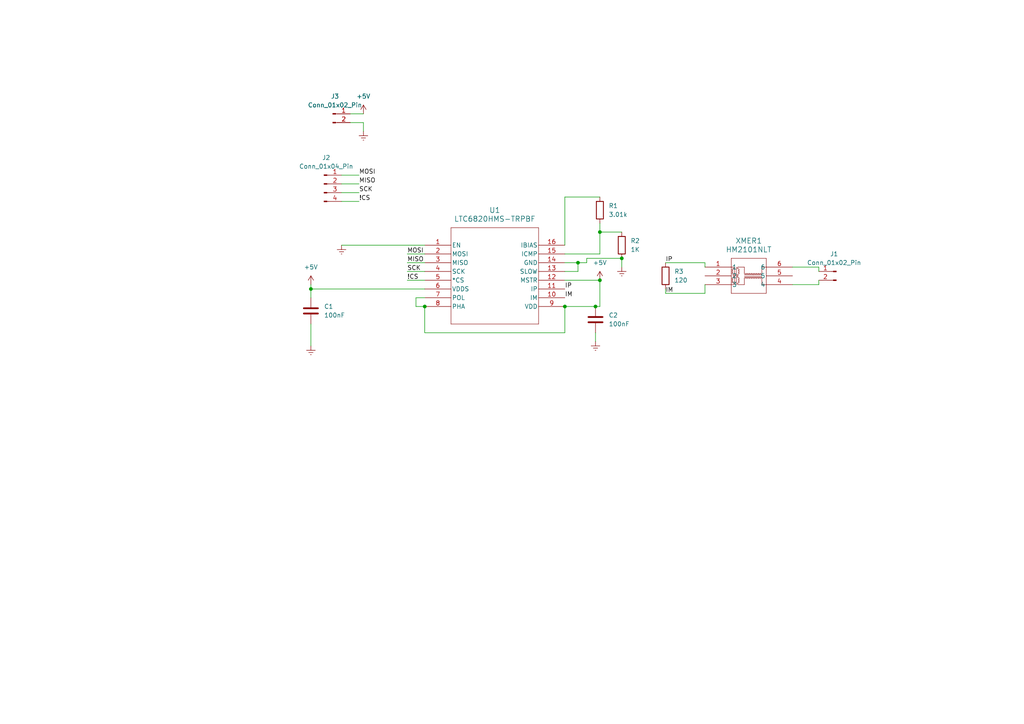
<source format=kicad_sch>
(kicad_sch (version 20230121) (generator eeschema)

  (uuid a37da262-c3f7-4e2e-b028-d6c76eba7159)

  (paper "A4")

  (lib_symbols
    (symbol "2023-12-21_19-29-58:LTC6820HMS-TRPBF" (pin_names (offset 0.254)) (in_bom yes) (on_board yes)
      (property "Reference" "U" (at 20.32 10.16 0)
        (effects (font (size 1.524 1.524)))
      )
      (property "Value" "LTC6820HMS-TRPBF" (at 20.32 7.62 0)
        (effects (font (size 1.524 1.524)))
      )
      (property "Footprint" "MS_05-08-1669_ADI" (at 0 0 0)
        (effects (font (size 1.27 1.27) italic) hide)
      )
      (property "Datasheet" "LTC6820HMS-TRPBF" (at 0 0 0)
        (effects (font (size 1.27 1.27) italic) hide)
      )
      (property "ki_locked" "" (at 0 0 0)
        (effects (font (size 1.27 1.27)))
      )
      (property "ki_keywords" "LTC6820HMS#TRPBF" (at 0 0 0)
        (effects (font (size 1.27 1.27)) hide)
      )
      (property "ki_fp_filters" "MS_05-08-1669_ADI MS_05-08-1669_ADI-M MS_05-08-1669_ADI-L" (at 0 0 0)
        (effects (font (size 1.27 1.27)) hide)
      )
      (symbol "LTC6820HMS-TRPBF_0_1"
        (polyline
          (pts
            (xy 7.62 -22.86)
            (xy 33.02 -22.86)
          )
          (stroke (width 0.127) (type default))
          (fill (type none))
        )
        (polyline
          (pts
            (xy 7.62 5.08)
            (xy 7.62 -22.86)
          )
          (stroke (width 0.127) (type default))
          (fill (type none))
        )
        (polyline
          (pts
            (xy 33.02 -22.86)
            (xy 33.02 5.08)
          )
          (stroke (width 0.127) (type default))
          (fill (type none))
        )
        (polyline
          (pts
            (xy 33.02 5.08)
            (xy 7.62 5.08)
          )
          (stroke (width 0.127) (type default))
          (fill (type none))
        )
        (pin input line (at 0 0 0) (length 7.62)
          (name "EN" (effects (font (size 1.27 1.27))))
          (number "1" (effects (font (size 1.27 1.27))))
        )
        (pin bidirectional line (at 40.64 -15.24 180) (length 7.62)
          (name "IM" (effects (font (size 1.27 1.27))))
          (number "10" (effects (font (size 1.27 1.27))))
        )
        (pin bidirectional line (at 40.64 -12.7 180) (length 7.62)
          (name "IP" (effects (font (size 1.27 1.27))))
          (number "11" (effects (font (size 1.27 1.27))))
        )
        (pin input line (at 40.64 -10.16 180) (length 7.62)
          (name "MSTR" (effects (font (size 1.27 1.27))))
          (number "12" (effects (font (size 1.27 1.27))))
        )
        (pin input line (at 40.64 -7.62 180) (length 7.62)
          (name "SLOW" (effects (font (size 1.27 1.27))))
          (number "13" (effects (font (size 1.27 1.27))))
        )
        (pin power_out line (at 40.64 -5.08 180) (length 7.62)
          (name "GND" (effects (font (size 1.27 1.27))))
          (number "14" (effects (font (size 1.27 1.27))))
        )
        (pin unspecified line (at 40.64 -2.54 180) (length 7.62)
          (name "ICMP" (effects (font (size 1.27 1.27))))
          (number "15" (effects (font (size 1.27 1.27))))
        )
        (pin power_in line (at 40.64 0 180) (length 7.62)
          (name "IBIAS" (effects (font (size 1.27 1.27))))
          (number "16" (effects (font (size 1.27 1.27))))
        )
        (pin bidirectional line (at 0 -2.54 0) (length 7.62)
          (name "MOSI" (effects (font (size 1.27 1.27))))
          (number "2" (effects (font (size 1.27 1.27))))
        )
        (pin bidirectional line (at 0 -5.08 0) (length 7.62)
          (name "MISO" (effects (font (size 1.27 1.27))))
          (number "3" (effects (font (size 1.27 1.27))))
        )
        (pin bidirectional line (at 0 -7.62 0) (length 7.62)
          (name "SCK" (effects (font (size 1.27 1.27))))
          (number "4" (effects (font (size 1.27 1.27))))
        )
        (pin bidirectional line (at 0 -10.16 0) (length 7.62)
          (name "*CS" (effects (font (size 1.27 1.27))))
          (number "5" (effects (font (size 1.27 1.27))))
        )
        (pin power_in line (at 0 -12.7 0) (length 7.62)
          (name "VDDS" (effects (font (size 1.27 1.27))))
          (number "6" (effects (font (size 1.27 1.27))))
        )
        (pin input line (at 0 -15.24 0) (length 7.62)
          (name "POL" (effects (font (size 1.27 1.27))))
          (number "7" (effects (font (size 1.27 1.27))))
        )
        (pin input line (at 0 -17.78 0) (length 7.62)
          (name "PHA" (effects (font (size 1.27 1.27))))
          (number "8" (effects (font (size 1.27 1.27))))
        )
        (pin power_in line (at 40.64 -17.78 180) (length 7.62)
          (name "VDD" (effects (font (size 1.27 1.27))))
          (number "9" (effects (font (size 1.27 1.27))))
        )
      )
    )
    (symbol "2023-12-21_19-38-07:HM2101NLT" (pin_names (offset 0.254)) (in_bom yes) (on_board yes)
      (property "Reference" "XMER" (at 12.7 7.62 0)
        (effects (font (size 1.524 1.524)))
      )
      (property "Value" "HM2101NLT" (at 12.7 5.08 0)
        (effects (font (size 1.524 1.524)))
      )
      (property "Footprint" "HM2101NLT_PUL" (at 0 0 0)
        (effects (font (size 1.27 1.27) italic) hide)
      )
      (property "Datasheet" "HM2101NLT" (at 0 0 0)
        (effects (font (size 1.27 1.27) italic) hide)
      )
      (property "ki_locked" "" (at 0 0 0)
        (effects (font (size 1.27 1.27)))
      )
      (property "ki_keywords" "HM2101NLT" (at 0 0 0)
        (effects (font (size 1.27 1.27)) hide)
      )
      (property "ki_fp_filters" "HM2101NLT_PUL HM2101NLT_PUL-M HM2101NLT_PUL-L" (at 0 0 0)
        (effects (font (size 1.27 1.27)) hide)
      )
      (symbol "HM2101NLT_0_1"
        (polyline
          (pts
            (xy 7.62 -7.62)
            (xy 17.78 -7.62)
          )
          (stroke (width 0.127) (type default))
          (fill (type none))
        )
        (polyline
          (pts
            (xy 7.62 -5.08)
            (xy 8.128 -5.08)
          )
          (stroke (width 0.127) (type default))
          (fill (type none))
        )
        (polyline
          (pts
            (xy 7.62 0)
            (xy 8.128 0)
          )
          (stroke (width 0.127) (type default))
          (fill (type none))
        )
        (polyline
          (pts
            (xy 7.62 2.54)
            (xy 7.62 -7.62)
          )
          (stroke (width 0.127) (type default))
          (fill (type none))
        )
        (polyline
          (pts
            (xy 8.636 -5.08)
            (xy 8.636 -2.54)
          )
          (stroke (width 0.127) (type default))
          (fill (type none))
        )
        (polyline
          (pts
            (xy 8.636 -2.54)
            (xy 8.636 0)
          )
          (stroke (width 0.127) (type default))
          (fill (type none))
        )
        (polyline
          (pts
            (xy 9.144 -2.54)
            (xy 9.144 -5.08)
          )
          (stroke (width 0.127) (type default))
          (fill (type none))
        )
        (polyline
          (pts
            (xy 9.144 0)
            (xy 9.144 -2.54)
          )
          (stroke (width 0.127) (type default))
          (fill (type none))
        )
        (polyline
          (pts
            (xy 9.652 -5.08)
            (xy 11.43 -5.08)
          )
          (stroke (width 0.127) (type default))
          (fill (type none))
        )
        (polyline
          (pts
            (xy 9.652 0)
            (xy 11.43 0)
          )
          (stroke (width 0.127) (type default))
          (fill (type none))
        )
        (polyline
          (pts
            (xy 11.43 -3.302)
            (xy 11.43 -5.08)
          )
          (stroke (width 0.127) (type default))
          (fill (type none))
        )
        (polyline
          (pts
            (xy 11.43 -2.286)
            (xy 13.97 -2.286)
          )
          (stroke (width 0.127) (type default))
          (fill (type none))
        )
        (polyline
          (pts
            (xy 11.43 0)
            (xy 11.43 -1.778)
          )
          (stroke (width 0.127) (type default))
          (fill (type none))
        )
        (polyline
          (pts
            (xy 13.97 -2.794)
            (xy 11.43 -2.794)
          )
          (stroke (width 0.127) (type default))
          (fill (type none))
        )
        (polyline
          (pts
            (xy 13.97 -2.286)
            (xy 16.51 -2.286)
          )
          (stroke (width 0.127) (type default))
          (fill (type none))
        )
        (polyline
          (pts
            (xy 16.51 -3.302)
            (xy 16.51 -5.08)
          )
          (stroke (width 0.127) (type default))
          (fill (type none))
        )
        (polyline
          (pts
            (xy 16.51 -2.794)
            (xy 13.97 -2.794)
          )
          (stroke (width 0.127) (type default))
          (fill (type none))
        )
        (polyline
          (pts
            (xy 16.51 -1.778)
            (xy 16.51 0)
          )
          (stroke (width 0.127) (type default))
          (fill (type none))
        )
        (polyline
          (pts
            (xy 16.51 0)
            (xy 17.78 0)
          )
          (stroke (width 0.127) (type default))
          (fill (type none))
        )
        (polyline
          (pts
            (xy 17.78 -7.62)
            (xy 17.78 2.54)
          )
          (stroke (width 0.127) (type default))
          (fill (type none))
        )
        (polyline
          (pts
            (xy 17.78 -5.08)
            (xy 16.51 -5.08)
          )
          (stroke (width 0.127) (type default))
          (fill (type none))
        )
        (polyline
          (pts
            (xy 17.78 2.54)
            (xy 7.62 2.54)
          )
          (stroke (width 0.127) (type default))
          (fill (type none))
        )
        (arc (start 8.128 -5.08) (mid 8.3809 -4.826) (end 8.128 -4.572)
          (stroke (width 0.127) (type default))
          (fill (type none))
        )
        (arc (start 8.128 -4.064) (mid 7.876 -4.318) (end 8.128 -4.572)
          (stroke (width 0.127) (type default))
          (fill (type none))
        )
        (arc (start 8.128 -3.556) (mid 7.876 -3.81) (end 8.128 -4.064)
          (stroke (width 0.127) (type default))
          (fill (type none))
        )
        (arc (start 8.128 -3.048) (mid 7.876 -3.302) (end 8.128 -3.556)
          (stroke (width 0.127) (type default))
          (fill (type none))
        )
        (arc (start 8.128 -3.048) (mid 8.3809 -2.794) (end 8.128 -2.54)
          (stroke (width 0.127) (type default))
          (fill (type none))
        )
        (arc (start 8.128 -2.54) (mid 8.3809 -2.286) (end 8.128 -2.032)
          (stroke (width 0.127) (type default))
          (fill (type none))
        )
        (arc (start 8.128 -1.524) (mid 7.876 -1.778) (end 8.128 -2.032)
          (stroke (width 0.127) (type default))
          (fill (type none))
        )
        (arc (start 8.128 -1.016) (mid 7.876 -1.27) (end 8.128 -1.524)
          (stroke (width 0.127) (type default))
          (fill (type none))
        )
        (arc (start 8.128 -0.508) (mid 7.876 -0.762) (end 8.128 -1.016)
          (stroke (width 0.127) (type default))
          (fill (type none))
        )
        (arc (start 8.128 -0.508) (mid 8.3809 -0.254) (end 8.128 0)
          (stroke (width 0.127) (type default))
          (fill (type none))
        )
        (arc (start 9.652 -4.572) (mid 9.3991 -4.826) (end 9.652 -5.08)
          (stroke (width 0.127) (type default))
          (fill (type none))
        )
        (arc (start 9.652 -4.572) (mid 9.904 -4.318) (end 9.652 -4.064)
          (stroke (width 0.127) (type default))
          (fill (type none))
        )
        (arc (start 9.652 -4.064) (mid 9.904 -3.81) (end 9.652 -3.556)
          (stroke (width 0.127) (type default))
          (fill (type none))
        )
        (arc (start 9.652 -3.556) (mid 9.904 -3.302) (end 9.652 -3.048)
          (stroke (width 0.127) (type default))
          (fill (type none))
        )
        (arc (start 9.652 -2.54) (mid 9.3991 -2.794) (end 9.652 -3.048)
          (stroke (width 0.127) (type default))
          (fill (type none))
        )
        (arc (start 9.652 -2.032) (mid 9.3991 -2.286) (end 9.652 -2.54)
          (stroke (width 0.127) (type default))
          (fill (type none))
        )
        (arc (start 9.652 -2.032) (mid 9.904 -1.778) (end 9.652 -1.524)
          (stroke (width 0.127) (type default))
          (fill (type none))
        )
        (arc (start 9.652 -1.524) (mid 9.904 -1.27) (end 9.652 -1.016)
          (stroke (width 0.127) (type default))
          (fill (type none))
        )
        (arc (start 9.652 -1.016) (mid 9.904 -0.762) (end 9.652 -0.508)
          (stroke (width 0.127) (type default))
          (fill (type none))
        )
        (arc (start 9.652 0) (mid 9.3991 -0.254) (end 9.652 -0.508)
          (stroke (width 0.127) (type default))
          (fill (type none))
        )
        (arc (start 11.43 -1.778) (mid 11.684 -2.0309) (end 11.938 -1.778)
          (stroke (width 0.127) (type default))
          (fill (type none))
        )
        (arc (start 11.938 -3.302) (mid 11.684 -3.0491) (end 11.43 -3.302)
          (stroke (width 0.127) (type default))
          (fill (type none))
        )
        (arc (start 11.938 -1.778) (mid 12.192 -2.0309) (end 12.446 -1.778)
          (stroke (width 0.127) (type default))
          (fill (type none))
        )
        (arc (start 12.446 -3.302) (mid 12.192 -3.0491) (end 11.938 -3.302)
          (stroke (width 0.127) (type default))
          (fill (type none))
        )
        (arc (start 12.446 -1.778) (mid 12.7 -2.0309) (end 12.954 -1.778)
          (stroke (width 0.127) (type default))
          (fill (type none))
        )
        (arc (start 12.954 -3.302) (mid 12.7 -3.0491) (end 12.446 -3.302)
          (stroke (width 0.127) (type default))
          (fill (type none))
        )
        (arc (start 12.954 -1.778) (mid 13.208 -2.0309) (end 13.462 -1.778)
          (stroke (width 0.127) (type default))
          (fill (type none))
        )
        (arc (start 13.462 -3.302) (mid 13.208 -3.0491) (end 12.954 -3.302)
          (stroke (width 0.127) (type default))
          (fill (type none))
        )
        (arc (start 13.462 -1.778) (mid 13.716 -2.0309) (end 13.97 -1.778)
          (stroke (width 0.127) (type default))
          (fill (type none))
        )
        (arc (start 13.97 -3.302) (mid 13.716 -3.0491) (end 13.462 -3.302)
          (stroke (width 0.127) (type default))
          (fill (type none))
        )
        (arc (start 13.97 -1.778) (mid 14.224 -2.0309) (end 14.478 -1.778)
          (stroke (width 0.127) (type default))
          (fill (type none))
        )
        (arc (start 14.478 -3.302) (mid 14.224 -3.0491) (end 13.97 -3.302)
          (stroke (width 0.127) (type default))
          (fill (type none))
        )
        (arc (start 14.478 -1.778) (mid 14.732 -2.0309) (end 14.986 -1.778)
          (stroke (width 0.127) (type default))
          (fill (type none))
        )
        (arc (start 14.986 -3.302) (mid 14.732 -3.0491) (end 14.478 -3.302)
          (stroke (width 0.127) (type default))
          (fill (type none))
        )
        (arc (start 14.986 -1.778) (mid 15.24 -2.0309) (end 15.494 -1.778)
          (stroke (width 0.127) (type default))
          (fill (type none))
        )
        (arc (start 15.494 -3.302) (mid 15.24 -3.0491) (end 14.986 -3.302)
          (stroke (width 0.127) (type default))
          (fill (type none))
        )
        (arc (start 15.494 -1.778) (mid 15.748 -2.0309) (end 16.002 -1.778)
          (stroke (width 0.127) (type default))
          (fill (type none))
        )
        (arc (start 16.002 -3.302) (mid 15.748 -3.0491) (end 15.494 -3.302)
          (stroke (width 0.127) (type default))
          (fill (type none))
        )
        (arc (start 16.002 -1.778) (mid 16.256 -2.0309) (end 16.51 -1.778)
          (stroke (width 0.127) (type default))
          (fill (type none))
        )
        (arc (start 16.51 -3.302) (mid 16.256 -3.0491) (end 16.002 -3.302)
          (stroke (width 0.127) (type default))
          (fill (type none))
        )
        (pin unspecified line (at 0 0 0) (length 7.62)
          (name "1" (effects (font (size 1.27 1.27))))
          (number "1" (effects (font (size 1.27 1.27))))
        )
        (pin unspecified line (at 0 -2.54 0) (length 7.62)
          (name "2" (effects (font (size 1.27 1.27))))
          (number "2" (effects (font (size 1.27 1.27))))
        )
        (pin unspecified line (at 0 -5.08 0) (length 7.62)
          (name "3" (effects (font (size 1.27 1.27))))
          (number "3" (effects (font (size 1.27 1.27))))
        )
        (pin unspecified line (at 25.4 -5.08 180) (length 7.62)
          (name "4" (effects (font (size 1.27 1.27))))
          (number "4" (effects (font (size 1.27 1.27))))
        )
        (pin unspecified line (at 25.4 -2.54 180) (length 7.62)
          (name "5" (effects (font (size 1.27 1.27))))
          (number "5" (effects (font (size 1.27 1.27))))
        )
        (pin unspecified line (at 25.4 0 180) (length 7.62)
          (name "6" (effects (font (size 1.27 1.27))))
          (number "6" (effects (font (size 1.27 1.27))))
        )
      )
    )
    (symbol "Connector:Conn_01x02_Pin" (pin_names (offset 1.016) hide) (in_bom yes) (on_board yes)
      (property "Reference" "J" (at 0 2.54 0)
        (effects (font (size 1.27 1.27)))
      )
      (property "Value" "Conn_01x02_Pin" (at 0 -5.08 0)
        (effects (font (size 1.27 1.27)))
      )
      (property "Footprint" "" (at 0 0 0)
        (effects (font (size 1.27 1.27)) hide)
      )
      (property "Datasheet" "~" (at 0 0 0)
        (effects (font (size 1.27 1.27)) hide)
      )
      (property "ki_locked" "" (at 0 0 0)
        (effects (font (size 1.27 1.27)))
      )
      (property "ki_keywords" "connector" (at 0 0 0)
        (effects (font (size 1.27 1.27)) hide)
      )
      (property "ki_description" "Generic connector, single row, 01x02, script generated" (at 0 0 0)
        (effects (font (size 1.27 1.27)) hide)
      )
      (property "ki_fp_filters" "Connector*:*_1x??_*" (at 0 0 0)
        (effects (font (size 1.27 1.27)) hide)
      )
      (symbol "Conn_01x02_Pin_1_1"
        (polyline
          (pts
            (xy 1.27 -2.54)
            (xy 0.8636 -2.54)
          )
          (stroke (width 0.1524) (type default))
          (fill (type none))
        )
        (polyline
          (pts
            (xy 1.27 0)
            (xy 0.8636 0)
          )
          (stroke (width 0.1524) (type default))
          (fill (type none))
        )
        (rectangle (start 0.8636 -2.413) (end 0 -2.667)
          (stroke (width 0.1524) (type default))
          (fill (type outline))
        )
        (rectangle (start 0.8636 0.127) (end 0 -0.127)
          (stroke (width 0.1524) (type default))
          (fill (type outline))
        )
        (pin passive line (at 5.08 0 180) (length 3.81)
          (name "Pin_1" (effects (font (size 1.27 1.27))))
          (number "1" (effects (font (size 1.27 1.27))))
        )
        (pin passive line (at 5.08 -2.54 180) (length 3.81)
          (name "Pin_2" (effects (font (size 1.27 1.27))))
          (number "2" (effects (font (size 1.27 1.27))))
        )
      )
    )
    (symbol "Connector:Conn_01x04_Pin" (pin_names (offset 1.016) hide) (in_bom yes) (on_board yes)
      (property "Reference" "J" (at 0 5.08 0)
        (effects (font (size 1.27 1.27)))
      )
      (property "Value" "Conn_01x04_Pin" (at 0 -7.62 0)
        (effects (font (size 1.27 1.27)))
      )
      (property "Footprint" "" (at 0 0 0)
        (effects (font (size 1.27 1.27)) hide)
      )
      (property "Datasheet" "~" (at 0 0 0)
        (effects (font (size 1.27 1.27)) hide)
      )
      (property "ki_locked" "" (at 0 0 0)
        (effects (font (size 1.27 1.27)))
      )
      (property "ki_keywords" "connector" (at 0 0 0)
        (effects (font (size 1.27 1.27)) hide)
      )
      (property "ki_description" "Generic connector, single row, 01x04, script generated" (at 0 0 0)
        (effects (font (size 1.27 1.27)) hide)
      )
      (property "ki_fp_filters" "Connector*:*_1x??_*" (at 0 0 0)
        (effects (font (size 1.27 1.27)) hide)
      )
      (symbol "Conn_01x04_Pin_1_1"
        (polyline
          (pts
            (xy 1.27 -5.08)
            (xy 0.8636 -5.08)
          )
          (stroke (width 0.1524) (type default))
          (fill (type none))
        )
        (polyline
          (pts
            (xy 1.27 -2.54)
            (xy 0.8636 -2.54)
          )
          (stroke (width 0.1524) (type default))
          (fill (type none))
        )
        (polyline
          (pts
            (xy 1.27 0)
            (xy 0.8636 0)
          )
          (stroke (width 0.1524) (type default))
          (fill (type none))
        )
        (polyline
          (pts
            (xy 1.27 2.54)
            (xy 0.8636 2.54)
          )
          (stroke (width 0.1524) (type default))
          (fill (type none))
        )
        (rectangle (start 0.8636 -4.953) (end 0 -5.207)
          (stroke (width 0.1524) (type default))
          (fill (type outline))
        )
        (rectangle (start 0.8636 -2.413) (end 0 -2.667)
          (stroke (width 0.1524) (type default))
          (fill (type outline))
        )
        (rectangle (start 0.8636 0.127) (end 0 -0.127)
          (stroke (width 0.1524) (type default))
          (fill (type outline))
        )
        (rectangle (start 0.8636 2.667) (end 0 2.413)
          (stroke (width 0.1524) (type default))
          (fill (type outline))
        )
        (pin passive line (at 5.08 2.54 180) (length 3.81)
          (name "Pin_1" (effects (font (size 1.27 1.27))))
          (number "1" (effects (font (size 1.27 1.27))))
        )
        (pin passive line (at 5.08 0 180) (length 3.81)
          (name "Pin_2" (effects (font (size 1.27 1.27))))
          (number "2" (effects (font (size 1.27 1.27))))
        )
        (pin passive line (at 5.08 -2.54 180) (length 3.81)
          (name "Pin_3" (effects (font (size 1.27 1.27))))
          (number "3" (effects (font (size 1.27 1.27))))
        )
        (pin passive line (at 5.08 -5.08 180) (length 3.81)
          (name "Pin_4" (effects (font (size 1.27 1.27))))
          (number "4" (effects (font (size 1.27 1.27))))
        )
      )
    )
    (symbol "Device:C" (pin_numbers hide) (pin_names (offset 0.254)) (in_bom yes) (on_board yes)
      (property "Reference" "C" (at 0.635 2.54 0)
        (effects (font (size 1.27 1.27)) (justify left))
      )
      (property "Value" "C" (at 0.635 -2.54 0)
        (effects (font (size 1.27 1.27)) (justify left))
      )
      (property "Footprint" "" (at 0.9652 -3.81 0)
        (effects (font (size 1.27 1.27)) hide)
      )
      (property "Datasheet" "~" (at 0 0 0)
        (effects (font (size 1.27 1.27)) hide)
      )
      (property "ki_keywords" "cap capacitor" (at 0 0 0)
        (effects (font (size 1.27 1.27)) hide)
      )
      (property "ki_description" "Unpolarized capacitor" (at 0 0 0)
        (effects (font (size 1.27 1.27)) hide)
      )
      (property "ki_fp_filters" "C_*" (at 0 0 0)
        (effects (font (size 1.27 1.27)) hide)
      )
      (symbol "C_0_1"
        (polyline
          (pts
            (xy -2.032 -0.762)
            (xy 2.032 -0.762)
          )
          (stroke (width 0.508) (type default))
          (fill (type none))
        )
        (polyline
          (pts
            (xy -2.032 0.762)
            (xy 2.032 0.762)
          )
          (stroke (width 0.508) (type default))
          (fill (type none))
        )
      )
      (symbol "C_1_1"
        (pin passive line (at 0 3.81 270) (length 2.794)
          (name "~" (effects (font (size 1.27 1.27))))
          (number "1" (effects (font (size 1.27 1.27))))
        )
        (pin passive line (at 0 -3.81 90) (length 2.794)
          (name "~" (effects (font (size 1.27 1.27))))
          (number "2" (effects (font (size 1.27 1.27))))
        )
      )
    )
    (symbol "Device:R" (pin_numbers hide) (pin_names (offset 0)) (in_bom yes) (on_board yes)
      (property "Reference" "R" (at 2.032 0 90)
        (effects (font (size 1.27 1.27)))
      )
      (property "Value" "R" (at 0 0 90)
        (effects (font (size 1.27 1.27)))
      )
      (property "Footprint" "" (at -1.778 0 90)
        (effects (font (size 1.27 1.27)) hide)
      )
      (property "Datasheet" "~" (at 0 0 0)
        (effects (font (size 1.27 1.27)) hide)
      )
      (property "ki_keywords" "R res resistor" (at 0 0 0)
        (effects (font (size 1.27 1.27)) hide)
      )
      (property "ki_description" "Resistor" (at 0 0 0)
        (effects (font (size 1.27 1.27)) hide)
      )
      (property "ki_fp_filters" "R_*" (at 0 0 0)
        (effects (font (size 1.27 1.27)) hide)
      )
      (symbol "R_0_1"
        (rectangle (start -1.016 -2.54) (end 1.016 2.54)
          (stroke (width 0.254) (type default))
          (fill (type none))
        )
      )
      (symbol "R_1_1"
        (pin passive line (at 0 3.81 270) (length 1.27)
          (name "~" (effects (font (size 1.27 1.27))))
          (number "1" (effects (font (size 1.27 1.27))))
        )
        (pin passive line (at 0 -3.81 90) (length 1.27)
          (name "~" (effects (font (size 1.27 1.27))))
          (number "2" (effects (font (size 1.27 1.27))))
        )
      )
    )
    (symbol "power:+5V" (power) (pin_names (offset 0)) (in_bom yes) (on_board yes)
      (property "Reference" "#PWR" (at 0 -3.81 0)
        (effects (font (size 1.27 1.27)) hide)
      )
      (property "Value" "+5V" (at 0 3.556 0)
        (effects (font (size 1.27 1.27)))
      )
      (property "Footprint" "" (at 0 0 0)
        (effects (font (size 1.27 1.27)) hide)
      )
      (property "Datasheet" "" (at 0 0 0)
        (effects (font (size 1.27 1.27)) hide)
      )
      (property "ki_keywords" "global power" (at 0 0 0)
        (effects (font (size 1.27 1.27)) hide)
      )
      (property "ki_description" "Power symbol creates a global label with name \"+5V\"" (at 0 0 0)
        (effects (font (size 1.27 1.27)) hide)
      )
      (symbol "+5V_0_1"
        (polyline
          (pts
            (xy -0.762 1.27)
            (xy 0 2.54)
          )
          (stroke (width 0) (type default))
          (fill (type none))
        )
        (polyline
          (pts
            (xy 0 0)
            (xy 0 2.54)
          )
          (stroke (width 0) (type default))
          (fill (type none))
        )
        (polyline
          (pts
            (xy 0 2.54)
            (xy 0.762 1.27)
          )
          (stroke (width 0) (type default))
          (fill (type none))
        )
      )
      (symbol "+5V_1_1"
        (pin power_in line (at 0 0 90) (length 0) hide
          (name "+5V" (effects (font (size 1.27 1.27))))
          (number "1" (effects (font (size 1.27 1.27))))
        )
      )
    )
    (symbol "power:GNDREF" (power) (pin_names (offset 0)) (in_bom yes) (on_board yes)
      (property "Reference" "#PWR" (at 0 -6.35 0)
        (effects (font (size 1.27 1.27)) hide)
      )
      (property "Value" "GNDREF" (at 0 -3.81 0)
        (effects (font (size 1.27 1.27)))
      )
      (property "Footprint" "" (at 0 0 0)
        (effects (font (size 1.27 1.27)) hide)
      )
      (property "Datasheet" "" (at 0 0 0)
        (effects (font (size 1.27 1.27)) hide)
      )
      (property "ki_keywords" "global power" (at 0 0 0)
        (effects (font (size 1.27 1.27)) hide)
      )
      (property "ki_description" "Power symbol creates a global label with name \"GNDREF\" , reference supply ground" (at 0 0 0)
        (effects (font (size 1.27 1.27)) hide)
      )
      (symbol "GNDREF_0_1"
        (polyline
          (pts
            (xy -0.635 -1.905)
            (xy 0.635 -1.905)
          )
          (stroke (width 0) (type default))
          (fill (type none))
        )
        (polyline
          (pts
            (xy -0.127 -2.54)
            (xy 0.127 -2.54)
          )
          (stroke (width 0) (type default))
          (fill (type none))
        )
        (polyline
          (pts
            (xy 0 -1.27)
            (xy 0 0)
          )
          (stroke (width 0) (type default))
          (fill (type none))
        )
        (polyline
          (pts
            (xy 1.27 -1.27)
            (xy -1.27 -1.27)
          )
          (stroke (width 0) (type default))
          (fill (type none))
        )
      )
      (symbol "GNDREF_1_1"
        (pin power_in line (at 0 0 270) (length 0) hide
          (name "GNDREF" (effects (font (size 1.27 1.27))))
          (number "1" (effects (font (size 1.27 1.27))))
        )
      )
    )
  )

  (junction (at 180.34 74.93) (diameter 0) (color 0 0 0 0)
    (uuid 05852bb3-3801-457f-a3d2-cb97e1e9cf1c)
  )
  (junction (at 90.17 83.82) (diameter 0) (color 0 0 0 0)
    (uuid 1964b260-1022-4ead-b66e-527f2b327add)
  )
  (junction (at 173.99 81.28) (diameter 0) (color 0 0 0 0)
    (uuid 69f0e016-38a2-4ba8-9b94-2b7489a77b6f)
  )
  (junction (at 167.64 76.2) (diameter 0) (color 0 0 0 0)
    (uuid 8bf74b08-b37f-4718-a978-9bb54850521a)
  )
  (junction (at 172.72 88.9) (diameter 0) (color 0 0 0 0)
    (uuid 97ba087f-b8ae-434c-a70b-63610195a40f)
  )
  (junction (at 163.83 88.9) (diameter 0) (color 0 0 0 0)
    (uuid b3a566e7-3721-4e59-a11a-f29f78531f6f)
  )
  (junction (at 123.19 88.9) (diameter 0) (color 0 0 0 0)
    (uuid d58a8316-f782-4a88-8df5-c22b1e4b3cff)
  )
  (junction (at 173.99 67.31) (diameter 0) (color 0 0 0 0)
    (uuid db816e4a-c1e6-4bff-ad5f-cdb5c311e050)
  )

  (wire (pts (xy 229.87 82.55) (xy 237.49 82.55))
    (stroke (width 0) (type default))
    (uuid 104a9f24-a333-4ec6-90f1-150feb58a486)
  )
  (wire (pts (xy 167.64 78.74) (xy 167.64 76.2))
    (stroke (width 0) (type default))
    (uuid 1bbf2cad-7f37-4413-8bf4-62bb0887e6fb)
  )
  (wire (pts (xy 118.11 76.2) (xy 123.19 76.2))
    (stroke (width 0) (type default))
    (uuid 1dd366d6-2fe1-4cca-83e6-618fc63c3d7c)
  )
  (wire (pts (xy 99.06 71.12) (xy 123.19 71.12))
    (stroke (width 0) (type default))
    (uuid 2ef961f9-704a-4d1c-9bcf-ecd7234a538f)
  )
  (wire (pts (xy 123.19 88.9) (xy 123.19 96.52))
    (stroke (width 0) (type default))
    (uuid 2f36a3d3-fd75-45a2-af8d-d1e81cd95f7f)
  )
  (wire (pts (xy 118.11 73.66) (xy 123.19 73.66))
    (stroke (width 0) (type default))
    (uuid 2fd71509-1ca8-44ac-ba25-8932501a59b6)
  )
  (wire (pts (xy 163.83 57.15) (xy 173.99 57.15))
    (stroke (width 0) (type default))
    (uuid 35448791-c985-4846-bda6-e48f6ad37f7a)
  )
  (wire (pts (xy 170.18 74.93) (xy 180.34 74.93))
    (stroke (width 0) (type default))
    (uuid 37f74539-761d-4f47-a081-7a7bd22410f1)
  )
  (wire (pts (xy 204.47 76.2) (xy 204.47 77.47))
    (stroke (width 0) (type default))
    (uuid 38137b26-91bc-4647-830b-b3794fdf521a)
  )
  (wire (pts (xy 173.99 67.31) (xy 173.99 64.77))
    (stroke (width 0) (type default))
    (uuid 3efe2c53-f108-4400-8826-146d00a9e95f)
  )
  (wire (pts (xy 167.64 76.2) (xy 170.18 76.2))
    (stroke (width 0) (type default))
    (uuid 42f4a1c7-d41a-4371-8056-3bde975eaaa4)
  )
  (wire (pts (xy 105.41 35.56) (xy 105.41 38.1))
    (stroke (width 0) (type default))
    (uuid 44e6e52f-e29f-49ae-b319-700d6f99c732)
  )
  (wire (pts (xy 193.04 85.09) (xy 204.47 85.09))
    (stroke (width 0) (type default))
    (uuid 48d34d46-ec2c-4dc8-b106-a442cd3c29c0)
  )
  (wire (pts (xy 123.19 96.52) (xy 163.83 96.52))
    (stroke (width 0) (type default))
    (uuid 5f47a505-67ac-42da-a92f-2f704af581e8)
  )
  (wire (pts (xy 118.11 78.74) (xy 123.19 78.74))
    (stroke (width 0) (type default))
    (uuid 621de960-6476-4928-b436-f129100b8e56)
  )
  (wire (pts (xy 90.17 83.82) (xy 90.17 86.36))
    (stroke (width 0) (type default))
    (uuid 6ed52664-e147-4efd-b86e-1ddd72502b4f)
  )
  (wire (pts (xy 120.65 86.36) (xy 120.65 88.9))
    (stroke (width 0) (type default))
    (uuid 7018223b-daaf-4c09-8350-96459e364433)
  )
  (wire (pts (xy 118.11 81.28) (xy 123.19 81.28))
    (stroke (width 0) (type default))
    (uuid 7e4a87be-2d7a-4e0b-9329-051f4d2fd7f5)
  )
  (wire (pts (xy 237.49 77.47) (xy 237.49 78.74))
    (stroke (width 0) (type default))
    (uuid 7fba6c32-3569-4b8a-8683-1d0cfac04f42)
  )
  (wire (pts (xy 172.72 88.9) (xy 173.99 88.9))
    (stroke (width 0) (type default))
    (uuid 8123f4bf-046e-47fc-be7e-bc313fc3693e)
  )
  (wire (pts (xy 99.06 55.88) (xy 104.14 55.88))
    (stroke (width 0) (type default))
    (uuid 85d7058a-9039-46fd-89c4-5ec23eb8a986)
  )
  (wire (pts (xy 237.49 82.55) (xy 237.49 81.28))
    (stroke (width 0) (type default))
    (uuid 87145fa7-45c0-4253-bbc4-9e8e5bc0f1ad)
  )
  (wire (pts (xy 123.19 86.36) (xy 120.65 86.36))
    (stroke (width 0) (type default))
    (uuid 8809106c-650d-41ac-86f3-ce17bc6eae31)
  )
  (wire (pts (xy 120.65 88.9) (xy 123.19 88.9))
    (stroke (width 0) (type default))
    (uuid 8a659e4f-9065-4b38-baac-1cb164b3dafa)
  )
  (wire (pts (xy 99.06 53.34) (xy 104.14 53.34))
    (stroke (width 0) (type default))
    (uuid 8df1a0f7-cff7-4aa8-9c73-452a09387e96)
  )
  (wire (pts (xy 163.83 81.28) (xy 173.99 81.28))
    (stroke (width 0) (type default))
    (uuid 8f37d587-8a79-472a-9959-8047cfbd560c)
  )
  (wire (pts (xy 163.83 71.12) (xy 163.83 57.15))
    (stroke (width 0) (type default))
    (uuid 95269728-2f4a-403f-a8e9-2e0f5b0bbd26)
  )
  (wire (pts (xy 101.6 35.56) (xy 105.41 35.56))
    (stroke (width 0) (type default))
    (uuid 9c785b8b-9db2-49e9-9dc4-d22bc3c61370)
  )
  (wire (pts (xy 90.17 93.98) (xy 90.17 100.33))
    (stroke (width 0) (type default))
    (uuid 9fe44484-e9c5-45e1-9fc0-7b8565e00de8)
  )
  (wire (pts (xy 204.47 85.09) (xy 204.47 82.55))
    (stroke (width 0) (type default))
    (uuid a3d809fd-9b0a-4848-bc59-a8a14b328c73)
  )
  (wire (pts (xy 90.17 83.82) (xy 123.19 83.82))
    (stroke (width 0) (type default))
    (uuid a851d7cb-fa37-42ac-a2c8-45b42e443d1c)
  )
  (wire (pts (xy 229.87 77.47) (xy 237.49 77.47))
    (stroke (width 0) (type default))
    (uuid a99437cb-8b8b-4a27-ae0f-20600f7872d5)
  )
  (wire (pts (xy 193.04 76.2) (xy 204.47 76.2))
    (stroke (width 0) (type default))
    (uuid af88debe-cbc3-4d92-9552-d0fd114e901e)
  )
  (wire (pts (xy 172.72 96.52) (xy 172.72 99.06))
    (stroke (width 0) (type default))
    (uuid bc953fc7-108b-461b-a005-f68f11437de0)
  )
  (wire (pts (xy 163.83 88.9) (xy 172.72 88.9))
    (stroke (width 0) (type default))
    (uuid bf61d804-5979-46d2-b453-e0438bc4a854)
  )
  (wire (pts (xy 99.06 50.8) (xy 104.14 50.8))
    (stroke (width 0) (type default))
    (uuid c12f8b29-72d2-4e12-84c8-b1ba3da0f07f)
  )
  (wire (pts (xy 173.99 73.66) (xy 173.99 67.31))
    (stroke (width 0) (type default))
    (uuid c7badb9e-c6f6-4418-adb9-0325a7b20faa)
  )
  (wire (pts (xy 163.83 96.52) (xy 163.83 88.9))
    (stroke (width 0) (type default))
    (uuid ce0763cf-7c5c-432f-99dc-4225e9342de4)
  )
  (wire (pts (xy 101.6 33.02) (xy 105.41 33.02))
    (stroke (width 0) (type default))
    (uuid d88c4775-f09d-459d-bee2-7789c29ac1de)
  )
  (wire (pts (xy 163.83 76.2) (xy 167.64 76.2))
    (stroke (width 0) (type default))
    (uuid d96558e7-36b6-4a4e-94a5-5499ce67a405)
  )
  (wire (pts (xy 193.04 85.09) (xy 193.04 83.82))
    (stroke (width 0) (type default))
    (uuid d977558c-3444-4a7c-b02a-32a5bc57ead1)
  )
  (wire (pts (xy 90.17 82.55) (xy 90.17 83.82))
    (stroke (width 0) (type default))
    (uuid e073364c-77a5-475c-8389-18483501e982)
  )
  (wire (pts (xy 99.06 58.42) (xy 104.14 58.42))
    (stroke (width 0) (type default))
    (uuid e09c59be-0c2d-4036-afac-2080a3f3d2b0)
  )
  (wire (pts (xy 163.83 78.74) (xy 167.64 78.74))
    (stroke (width 0) (type default))
    (uuid e68df29c-9ff1-4b74-87a5-595c14b11cf7)
  )
  (wire (pts (xy 173.99 67.31) (xy 180.34 67.31))
    (stroke (width 0) (type default))
    (uuid ed450d3f-9fe4-4c00-b856-38b3aab6f35c)
  )
  (wire (pts (xy 163.83 73.66) (xy 173.99 73.66))
    (stroke (width 0) (type default))
    (uuid f06ea6a1-1f60-4ccd-b269-8258240ea08c)
  )
  (wire (pts (xy 173.99 88.9) (xy 173.99 81.28))
    (stroke (width 0) (type default))
    (uuid f7034b13-4a90-4dc8-8c33-af17f23da66a)
  )
  (wire (pts (xy 180.34 77.47) (xy 180.34 74.93))
    (stroke (width 0) (type default))
    (uuid fa36ae92-ad0e-43c0-b1a5-f8494ef58401)
  )
  (wire (pts (xy 170.18 76.2) (xy 170.18 74.93))
    (stroke (width 0) (type default))
    (uuid fcdd8909-ec5c-430c-a803-e7c4c8f7aaf1)
  )

  (label "IP" (at 193.04 76.2 0) (fields_autoplaced)
    (effects (font (size 1.27 1.27)) (justify left bottom))
    (uuid 5609bff5-dd6c-4ab3-aed9-de4c8b69da79)
  )
  (label "!CS" (at 104.14 58.42 0) (fields_autoplaced)
    (effects (font (size 1.27 1.27)) (justify left bottom))
    (uuid 5e789417-9c6f-47c4-898d-d8edab66e60d)
  )
  (label "IM" (at 163.83 86.36 0) (fields_autoplaced)
    (effects (font (size 1.27 1.27)) (justify left bottom))
    (uuid 732775d6-3a40-4765-bb84-d94142bf43fa)
  )
  (label "MISO" (at 104.14 53.34 0) (fields_autoplaced)
    (effects (font (size 1.27 1.27)) (justify left bottom))
    (uuid 7e8bcbcf-5723-438a-8da4-7a9e11ce5e2a)
  )
  (label "!CS" (at 118.11 81.28 0) (fields_autoplaced)
    (effects (font (size 1.27 1.27)) (justify left bottom))
    (uuid ad9b915e-c17a-4c39-995a-241db9f8951a)
  )
  (label "MOSI" (at 118.11 73.66 0) (fields_autoplaced)
    (effects (font (size 1.27 1.27)) (justify left bottom))
    (uuid ce915f67-0fca-43c1-a4cf-eaaee5742ef9)
  )
  (label "IP" (at 163.83 83.82 0) (fields_autoplaced)
    (effects (font (size 1.27 1.27)) (justify left bottom))
    (uuid d4d74b63-1021-4a6c-9b4d-fb9ddbc7fdcf)
  )
  (label "MISO" (at 118.11 76.2 0) (fields_autoplaced)
    (effects (font (size 1.27 1.27)) (justify left bottom))
    (uuid e010dc8b-d398-4036-9e9e-0ce85d0f79b2)
  )
  (label "SCK" (at 104.14 55.88 0) (fields_autoplaced)
    (effects (font (size 1.27 1.27)) (justify left bottom))
    (uuid e5fc559a-ece9-403d-b7a0-9ee4cb6f02f3)
  )
  (label "SCK" (at 118.11 78.74 0) (fields_autoplaced)
    (effects (font (size 1.27 1.27)) (justify left bottom))
    (uuid ea5b9cff-beb6-42ee-9763-fb67ff6c0140)
  )
  (label "MOSI" (at 104.14 50.8 0) (fields_autoplaced)
    (effects (font (size 1.27 1.27)) (justify left bottom))
    (uuid eeddb494-ac0d-4d99-8c89-ea2b564b8fd9)
  )
  (label "IM" (at 193.04 85.09 0) (fields_autoplaced)
    (effects (font (size 1.27 1.27)) (justify left bottom))
    (uuid f21d1e4b-8aeb-4e83-be77-6f94e064e77f)
  )

  (symbol (lib_id "Device:R") (at 173.99 60.96 0) (unit 1)
    (in_bom yes) (on_board yes) (dnp no) (fields_autoplaced)
    (uuid 013b0fef-56ab-4fad-b62b-33feda593ddd)
    (property "Reference" "R1" (at 176.53 59.69 0)
      (effects (font (size 1.27 1.27)) (justify left))
    )
    (property "Value" "3.01k" (at 176.53 62.23 0)
      (effects (font (size 1.27 1.27)) (justify left))
    )
    (property "Footprint" "Resistor_SMD:R_0805_2012Metric_Pad1.20x1.40mm_HandSolder" (at 172.212 60.96 90)
      (effects (font (size 1.27 1.27)) hide)
    )
    (property "Datasheet" "~" (at 173.99 60.96 0)
      (effects (font (size 1.27 1.27)) hide)
    )
    (pin "2" (uuid b764bfa5-d09c-4177-8335-846f75b6e9c2))
    (pin "1" (uuid 6f7784da-016d-4c4a-9daa-9034ab8cf923))
    (instances
      (project "isoSPI_interface"
        (path "/a37da262-c3f7-4e2e-b028-d6c76eba7159"
          (reference "R1") (unit 1)
        )
      )
    )
  )

  (symbol (lib_id "power:GNDREF") (at 99.06 71.12 0) (unit 1)
    (in_bom yes) (on_board yes) (dnp no) (fields_autoplaced)
    (uuid 018be007-f751-4998-941a-0db9f128bcee)
    (property "Reference" "#PWR03" (at 99.06 77.47 0)
      (effects (font (size 1.27 1.27)) hide)
    )
    (property "Value" "GNDREF" (at 99.06 76.2 0)
      (effects (font (size 1.27 1.27)) hide)
    )
    (property "Footprint" "" (at 99.06 71.12 0)
      (effects (font (size 1.27 1.27)) hide)
    )
    (property "Datasheet" "" (at 99.06 71.12 0)
      (effects (font (size 1.27 1.27)) hide)
    )
    (pin "1" (uuid 031dbeb2-faec-41ad-9cc5-0642a9d96418))
    (instances
      (project "isoSPI_interface"
        (path "/a37da262-c3f7-4e2e-b028-d6c76eba7159"
          (reference "#PWR03") (unit 1)
        )
      )
    )
  )

  (symbol (lib_id "Connector:Conn_01x04_Pin") (at 93.98 53.34 0) (unit 1)
    (in_bom yes) (on_board yes) (dnp no) (fields_autoplaced)
    (uuid 05865c23-610d-478c-899a-f59a52444651)
    (property "Reference" "J2" (at 94.615 45.72 0)
      (effects (font (size 1.27 1.27)))
    )
    (property "Value" "Conn_01x04_Pin" (at 94.615 48.26 0)
      (effects (font (size 1.27 1.27)))
    )
    (property "Footprint" "Connector_PinHeader_2.54mm:PinHeader_1x04_P2.54mm_Vertical" (at 93.98 53.34 0)
      (effects (font (size 1.27 1.27)) hide)
    )
    (property "Datasheet" "~" (at 93.98 53.34 0)
      (effects (font (size 1.27 1.27)) hide)
    )
    (pin "4" (uuid 5e5cbdc3-cdc5-4b23-90a8-430d3d6a8eec))
    (pin "2" (uuid 323fdb1e-3127-4fdd-83bd-45d7a8f26288))
    (pin "1" (uuid 3f2fa030-ecc0-48df-a095-c71efaf6496c))
    (pin "3" (uuid c0789c5d-fefc-454d-927b-bb6ee6bb4962))
    (instances
      (project "isoSPI_interface"
        (path "/a37da262-c3f7-4e2e-b028-d6c76eba7159"
          (reference "J2") (unit 1)
        )
      )
    )
  )

  (symbol (lib_id "Device:R") (at 180.34 71.12 0) (unit 1)
    (in_bom yes) (on_board yes) (dnp no) (fields_autoplaced)
    (uuid 08d3a949-bb98-4a8b-b45d-21f4940c708d)
    (property "Reference" "R2" (at 182.88 69.85 0)
      (effects (font (size 1.27 1.27)) (justify left))
    )
    (property "Value" "1K" (at 182.88 72.39 0)
      (effects (font (size 1.27 1.27)) (justify left))
    )
    (property "Footprint" "Resistor_SMD:R_0805_2012Metric_Pad1.20x1.40mm_HandSolder" (at 178.562 71.12 90)
      (effects (font (size 1.27 1.27)) hide)
    )
    (property "Datasheet" "~" (at 180.34 71.12 0)
      (effects (font (size 1.27 1.27)) hide)
    )
    (pin "1" (uuid d9e0552a-1b0f-45c4-b75c-0992d0359139))
    (pin "2" (uuid d63e614e-4038-4d4b-9a93-1657ebeec6f9))
    (instances
      (project "isoSPI_interface"
        (path "/a37da262-c3f7-4e2e-b028-d6c76eba7159"
          (reference "R2") (unit 1)
        )
      )
    )
  )

  (symbol (lib_id "Device:R") (at 193.04 80.01 0) (unit 1)
    (in_bom yes) (on_board yes) (dnp no) (fields_autoplaced)
    (uuid 2b14f7be-eae6-4259-9f17-2dfc7f52bb9c)
    (property "Reference" "R3" (at 195.58 78.74 0)
      (effects (font (size 1.27 1.27)) (justify left))
    )
    (property "Value" "120" (at 195.58 81.28 0)
      (effects (font (size 1.27 1.27)) (justify left))
    )
    (property "Footprint" "Resistor_SMD:R_0805_2012Metric_Pad1.20x1.40mm_HandSolder" (at 191.262 80.01 90)
      (effects (font (size 1.27 1.27)) hide)
    )
    (property "Datasheet" "~" (at 193.04 80.01 0)
      (effects (font (size 1.27 1.27)) hide)
    )
    (pin "2" (uuid 66ff7709-8c0a-423d-a6b2-39fc8c95a8a8))
    (pin "1" (uuid 90fd1b9e-11da-4589-a8b1-f8bc03471154))
    (instances
      (project "isoSPI_interface"
        (path "/a37da262-c3f7-4e2e-b028-d6c76eba7159"
          (reference "R3") (unit 1)
        )
      )
    )
  )

  (symbol (lib_id "power:GNDREF") (at 180.34 77.47 0) (unit 1)
    (in_bom yes) (on_board yes) (dnp no) (fields_autoplaced)
    (uuid 2ee66c2a-5d45-4c82-b6b4-a0f6d128d056)
    (property "Reference" "#PWR02" (at 180.34 83.82 0)
      (effects (font (size 1.27 1.27)) hide)
    )
    (property "Value" "GNDREF" (at 180.34 82.55 0)
      (effects (font (size 1.27 1.27)) hide)
    )
    (property "Footprint" "" (at 180.34 77.47 0)
      (effects (font (size 1.27 1.27)) hide)
    )
    (property "Datasheet" "" (at 180.34 77.47 0)
      (effects (font (size 1.27 1.27)) hide)
    )
    (pin "1" (uuid ffa02683-afaf-4f5c-a384-b63f29e8cc88))
    (instances
      (project "isoSPI_interface"
        (path "/a37da262-c3f7-4e2e-b028-d6c76eba7159"
          (reference "#PWR02") (unit 1)
        )
      )
    )
  )

  (symbol (lib_id "Device:C") (at 90.17 90.17 0) (unit 1)
    (in_bom yes) (on_board yes) (dnp no) (fields_autoplaced)
    (uuid 341ffac5-b8ca-4e7a-ae04-28d4938f40cf)
    (property "Reference" "C1" (at 93.98 88.9 0)
      (effects (font (size 1.27 1.27)) (justify left))
    )
    (property "Value" "100nF" (at 93.98 91.44 0)
      (effects (font (size 1.27 1.27)) (justify left))
    )
    (property "Footprint" "Capacitor_SMD:C_0805_2012Metric_Pad1.18x1.45mm_HandSolder" (at 91.1352 93.98 0)
      (effects (font (size 1.27 1.27)) hide)
    )
    (property "Datasheet" "~" (at 90.17 90.17 0)
      (effects (font (size 1.27 1.27)) hide)
    )
    (pin "1" (uuid 0f68aa82-c0e9-4706-9d89-937c8c422fa5))
    (pin "2" (uuid 4e8ba817-26e0-44ed-ab0c-29ff3e91bf63))
    (instances
      (project "isoSPI_interface"
        (path "/a37da262-c3f7-4e2e-b028-d6c76eba7159"
          (reference "C1") (unit 1)
        )
      )
    )
  )

  (symbol (lib_id "power:+5V") (at 105.41 33.02 0) (unit 1)
    (in_bom yes) (on_board yes) (dnp no) (fields_autoplaced)
    (uuid 47554923-3e7c-4dd6-a410-0cee05f8b6d2)
    (property "Reference" "#PWR01" (at 105.41 36.83 0)
      (effects (font (size 1.27 1.27)) hide)
    )
    (property "Value" "+5V" (at 105.41 27.94 0)
      (effects (font (size 1.27 1.27)))
    )
    (property "Footprint" "" (at 105.41 33.02 0)
      (effects (font (size 1.27 1.27)) hide)
    )
    (property "Datasheet" "" (at 105.41 33.02 0)
      (effects (font (size 1.27 1.27)) hide)
    )
    (pin "1" (uuid f5093a94-8667-41d3-98d3-2023eab7b1cb))
    (instances
      (project "isoSPI_interface"
        (path "/a37da262-c3f7-4e2e-b028-d6c76eba7159"
          (reference "#PWR01") (unit 1)
        )
      )
    )
  )

  (symbol (lib_id "Connector:Conn_01x02_Pin") (at 242.57 78.74 0) (mirror y) (unit 1)
    (in_bom yes) (on_board yes) (dnp no)
    (uuid 4841f8e3-a722-44e8-9537-f0e889ca6f07)
    (property "Reference" "J1" (at 241.935 73.66 0)
      (effects (font (size 1.27 1.27)))
    )
    (property "Value" "Conn_01x02_Pin" (at 241.935 76.2 0)
      (effects (font (size 1.27 1.27)))
    )
    (property "Footprint" "Connector_PinHeader_2.54mm:PinHeader_1x02_P2.54mm_Vertical" (at 242.57 78.74 0)
      (effects (font (size 1.27 1.27)) hide)
    )
    (property "Datasheet" "~" (at 242.57 78.74 0)
      (effects (font (size 1.27 1.27)) hide)
    )
    (pin "1" (uuid 257b1844-4936-4502-9301-cc7c5280c074))
    (pin "2" (uuid d7edaea2-de35-48ec-b877-7e53ad97c048))
    (instances
      (project "isoSPI_interface"
        (path "/a37da262-c3f7-4e2e-b028-d6c76eba7159"
          (reference "J1") (unit 1)
        )
      )
    )
  )

  (symbol (lib_id "power:+5V") (at 173.99 81.28 0) (unit 1)
    (in_bom yes) (on_board yes) (dnp no) (fields_autoplaced)
    (uuid 61b813bf-fe00-4ae3-82e5-6acbea42585a)
    (property "Reference" "#PWR06" (at 173.99 85.09 0)
      (effects (font (size 1.27 1.27)) hide)
    )
    (property "Value" "+5V" (at 173.99 76.2 0)
      (effects (font (size 1.27 1.27)))
    )
    (property "Footprint" "" (at 173.99 81.28 0)
      (effects (font (size 1.27 1.27)) hide)
    )
    (property "Datasheet" "" (at 173.99 81.28 0)
      (effects (font (size 1.27 1.27)) hide)
    )
    (pin "1" (uuid 33dbf28f-8a15-4fee-97cd-f53df75ee72a))
    (instances
      (project "isoSPI_interface"
        (path "/a37da262-c3f7-4e2e-b028-d6c76eba7159"
          (reference "#PWR06") (unit 1)
        )
      )
    )
  )

  (symbol (lib_id "Device:C") (at 172.72 92.71 0) (unit 1)
    (in_bom yes) (on_board yes) (dnp no) (fields_autoplaced)
    (uuid 627bcc9b-282d-4084-8e80-ac25a26c1884)
    (property "Reference" "C2" (at 176.53 91.44 0)
      (effects (font (size 1.27 1.27)) (justify left))
    )
    (property "Value" "100nF" (at 176.53 93.98 0)
      (effects (font (size 1.27 1.27)) (justify left))
    )
    (property "Footprint" "Capacitor_SMD:C_0805_2012Metric_Pad1.18x1.45mm_HandSolder" (at 173.6852 96.52 0)
      (effects (font (size 1.27 1.27)) hide)
    )
    (property "Datasheet" "~" (at 172.72 92.71 0)
      (effects (font (size 1.27 1.27)) hide)
    )
    (pin "1" (uuid 44e2cbaf-6c61-4d51-ae38-7ccd2c8f0de7))
    (pin "2" (uuid b5da1ca8-e44e-416e-8f90-e0afda354652))
    (instances
      (project "isoSPI_interface"
        (path "/a37da262-c3f7-4e2e-b028-d6c76eba7159"
          (reference "C2") (unit 1)
        )
      )
    )
  )

  (symbol (lib_id "Connector:Conn_01x02_Pin") (at 96.52 33.02 0) (unit 1)
    (in_bom yes) (on_board yes) (dnp no) (fields_autoplaced)
    (uuid b1e3165b-0730-428c-84b4-5fd43128cc2c)
    (property "Reference" "J3" (at 97.155 27.94 0)
      (effects (font (size 1.27 1.27)))
    )
    (property "Value" "Conn_01x02_Pin" (at 97.155 30.48 0)
      (effects (font (size 1.27 1.27)))
    )
    (property "Footprint" "Connector_PinHeader_2.54mm:PinHeader_1x02_P2.54mm_Vertical" (at 96.52 33.02 0)
      (effects (font (size 1.27 1.27)) hide)
    )
    (property "Datasheet" "~" (at 96.52 33.02 0)
      (effects (font (size 1.27 1.27)) hide)
    )
    (pin "1" (uuid ef6993fa-4063-4967-968d-483c08f3a641))
    (pin "2" (uuid 6f8d9edf-c719-4043-b794-c27271232db7))
    (instances
      (project "isoSPI_interface"
        (path "/a37da262-c3f7-4e2e-b028-d6c76eba7159"
          (reference "J3") (unit 1)
        )
      )
    )
  )

  (symbol (lib_id "power:+5V") (at 90.17 82.55 0) (unit 1)
    (in_bom yes) (on_board yes) (dnp no) (fields_autoplaced)
    (uuid bc86e2bf-2632-4e90-8cf4-6d1297900c41)
    (property "Reference" "#PWR04" (at 90.17 86.36 0)
      (effects (font (size 1.27 1.27)) hide)
    )
    (property "Value" "+5V" (at 90.17 77.47 0)
      (effects (font (size 1.27 1.27)))
    )
    (property "Footprint" "" (at 90.17 82.55 0)
      (effects (font (size 1.27 1.27)) hide)
    )
    (property "Datasheet" "" (at 90.17 82.55 0)
      (effects (font (size 1.27 1.27)) hide)
    )
    (pin "1" (uuid bdc39811-39fe-4304-bbcb-d9bd35c7cb52))
    (instances
      (project "isoSPI_interface"
        (path "/a37da262-c3f7-4e2e-b028-d6c76eba7159"
          (reference "#PWR04") (unit 1)
        )
      )
    )
  )

  (symbol (lib_id "2023-12-21_19-38-07:HM2101NLT") (at 204.47 77.47 0) (unit 1)
    (in_bom yes) (on_board yes) (dnp no) (fields_autoplaced)
    (uuid bf73ef43-0f65-4c6b-a0af-5c0115b75173)
    (property "Reference" "XMER1" (at 217.17 69.85 0)
      (effects (font (size 1.524 1.524)))
    )
    (property "Value" "HM2101NLT" (at 217.17 72.39 0)
      (effects (font (size 1.524 1.524)))
    )
    (property "Footprint" "footprints:HM2101NLT_PUL" (at 204.47 77.47 0)
      (effects (font (size 1.27 1.27) italic) hide)
    )
    (property "Datasheet" "HM2101NLT" (at 204.47 77.47 0)
      (effects (font (size 1.27 1.27) italic) hide)
    )
    (pin "5" (uuid a3585da3-6704-415d-9783-409e0013d24a))
    (pin "3" (uuid fe02ede0-e176-42e1-aeb2-dfe76c536bcd))
    (pin "1" (uuid 071624b6-6141-4b14-a52d-1d461ac0841d))
    (pin "6" (uuid 4f10f851-ddae-4f7e-8693-3da251215ae8))
    (pin "2" (uuid 80f44cf1-c075-4b8b-a8d2-4c6d405bc794))
    (pin "4" (uuid 38c33082-d6cb-4eb7-8be7-066bec4d3877))
    (instances
      (project "isoSPI_interface"
        (path "/a37da262-c3f7-4e2e-b028-d6c76eba7159"
          (reference "XMER1") (unit 1)
        )
      )
    )
  )

  (symbol (lib_id "power:GNDREF") (at 172.72 99.06 0) (unit 1)
    (in_bom yes) (on_board yes) (dnp no) (fields_autoplaced)
    (uuid df68e897-bdfd-4700-9872-83f2e3d3b49c)
    (property "Reference" "#PWR07" (at 172.72 105.41 0)
      (effects (font (size 1.27 1.27)) hide)
    )
    (property "Value" "GNDREF" (at 172.72 104.14 0)
      (effects (font (size 1.27 1.27)) hide)
    )
    (property "Footprint" "" (at 172.72 99.06 0)
      (effects (font (size 1.27 1.27)) hide)
    )
    (property "Datasheet" "" (at 172.72 99.06 0)
      (effects (font (size 1.27 1.27)) hide)
    )
    (pin "1" (uuid 1d6b2cba-9beb-4157-a034-e90dbb5b524d))
    (instances
      (project "isoSPI_interface"
        (path "/a37da262-c3f7-4e2e-b028-d6c76eba7159"
          (reference "#PWR07") (unit 1)
        )
      )
    )
  )

  (symbol (lib_id "power:GNDREF") (at 90.17 100.33 0) (unit 1)
    (in_bom yes) (on_board yes) (dnp no) (fields_autoplaced)
    (uuid e4d39573-ee97-468e-8894-9726fa2c3e5d)
    (property "Reference" "#PWR05" (at 90.17 106.68 0)
      (effects (font (size 1.27 1.27)) hide)
    )
    (property "Value" "GNDREF" (at 90.17 105.41 0)
      (effects (font (size 1.27 1.27)) hide)
    )
    (property "Footprint" "" (at 90.17 100.33 0)
      (effects (font (size 1.27 1.27)) hide)
    )
    (property "Datasheet" "" (at 90.17 100.33 0)
      (effects (font (size 1.27 1.27)) hide)
    )
    (pin "1" (uuid 84b26c5f-fe11-4119-aa81-cb5d2eeb7c43))
    (instances
      (project "isoSPI_interface"
        (path "/a37da262-c3f7-4e2e-b028-d6c76eba7159"
          (reference "#PWR05") (unit 1)
        )
      )
    )
  )

  (symbol (lib_id "2023-12-21_19-29-58:LTC6820HMS-TRPBF") (at 123.19 71.12 0) (unit 1)
    (in_bom yes) (on_board yes) (dnp no) (fields_autoplaced)
    (uuid ef192144-4af7-4c3a-bfec-a76b6e26658e)
    (property "Reference" "U1" (at 143.51 60.96 0)
      (effects (font (size 1.524 1.524)))
    )
    (property "Value" "LTC6820HMS-TRPBF" (at 143.51 63.5 0)
      (effects (font (size 1.524 1.524)))
    )
    (property "Footprint" "footprints:MS_05-08-1669_ADI" (at 123.19 71.12 0)
      (effects (font (size 1.27 1.27) italic) hide)
    )
    (property "Datasheet" "LTC6820HMS-TRPBF" (at 123.19 71.12 0)
      (effects (font (size 1.27 1.27) italic) hide)
    )
    (pin "3" (uuid 8e5cffe7-c228-4b31-9399-751d42308d46))
    (pin "10" (uuid 9a9dd016-85ab-49bd-94d9-c4b3748e219e))
    (pin "2" (uuid 1ab81494-666d-45a2-b57a-164baffe1237))
    (pin "5" (uuid 5dd39738-cecf-4cbb-93ad-c0f6927e077c))
    (pin "11" (uuid f7f594fb-68f7-4d85-943d-8c59b4502641))
    (pin "15" (uuid 975d2458-25c3-46b9-a67b-6a6a196929d7))
    (pin "9" (uuid 2a98a963-2c4b-44e1-adac-fe73f19d82da))
    (pin "7" (uuid 66db0bf7-5f2d-4b61-ad32-e523c2f882d6))
    (pin "8" (uuid b07164af-72b1-47ad-9565-9cecc1529a61))
    (pin "1" (uuid cfd5d7e8-e72b-45b0-a232-4f40432d61a6))
    (pin "4" (uuid 54a20a21-157e-42ab-83d8-09819a16ec84))
    (pin "16" (uuid fa565dac-35ee-46f8-bf1c-9d4eeb487b10))
    (pin "12" (uuid 7bd38505-3dce-4377-b4be-fede24d45d01))
    (pin "14" (uuid d53f3bc7-5fdd-4949-a2ab-34224152f8b2))
    (pin "6" (uuid 32fed3b7-622d-42b9-b704-bdd325c0bef4))
    (pin "13" (uuid 2763d8a6-d254-4972-90ae-68147e5d4103))
    (instances
      (project "isoSPI_interface"
        (path "/a37da262-c3f7-4e2e-b028-d6c76eba7159"
          (reference "U1") (unit 1)
        )
      )
    )
  )

  (symbol (lib_id "power:GNDREF") (at 105.41 38.1 0) (unit 1)
    (in_bom yes) (on_board yes) (dnp no) (fields_autoplaced)
    (uuid f247ea50-c8bb-41c5-ba80-dc0bcb88de61)
    (property "Reference" "#PWR08" (at 105.41 44.45 0)
      (effects (font (size 1.27 1.27)) hide)
    )
    (property "Value" "GNDREF" (at 105.41 43.18 0)
      (effects (font (size 1.27 1.27)) hide)
    )
    (property "Footprint" "" (at 105.41 38.1 0)
      (effects (font (size 1.27 1.27)) hide)
    )
    (property "Datasheet" "" (at 105.41 38.1 0)
      (effects (font (size 1.27 1.27)) hide)
    )
    (pin "1" (uuid 6e06bab3-cb69-43de-b403-f172fcdf468f))
    (instances
      (project "isoSPI_interface"
        (path "/a37da262-c3f7-4e2e-b028-d6c76eba7159"
          (reference "#PWR08") (unit 1)
        )
      )
    )
  )

  (sheet_instances
    (path "/" (page "1"))
  )
)

</source>
